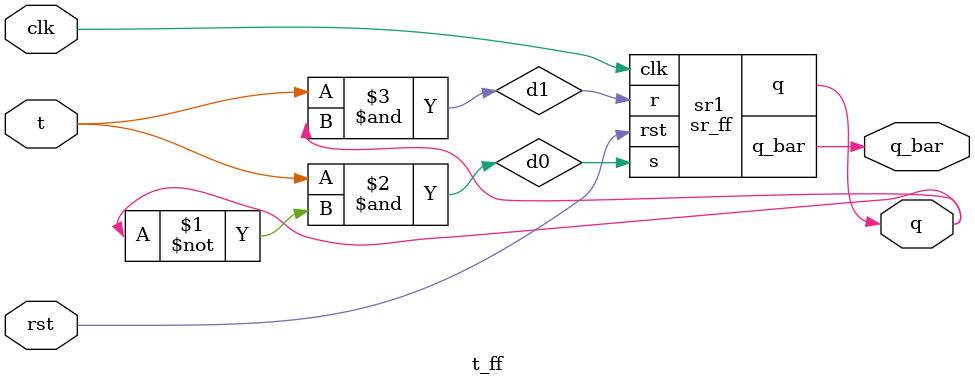
<source format=v>

module sr_ff(
input s,r,clk,rst,
output reg q,
output q_bar);
always @(posedge clk or posedge rst)
begin 
if(rst)
q<=1'b0;
else
case({s,r})
2'b00:q<=q;
2'b01:q<=1'b0;
2'b10:q<=1'b1;
2'b11:q<=1'bx;
endcase
end
assign q_bar=~q;
endmodule

module t_ff(
input t,clk,rst,
output q,q_bar);
assign d0= t&~q;
assign d1= t&q;
sr_ff sr1(
.s(d0),
.r(d1),
.clk(clk),
.rst(rst),
.q(q), .q_bar(q_bar));
endmodule


</source>
